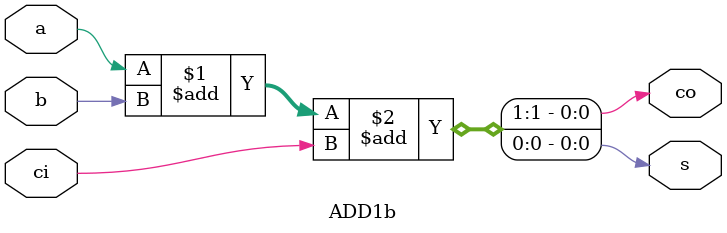
<source format=v>
`timescale 1ns / 1ps


module ADD1b(
	input a,
	input b,
	input ci,
	output s,
	output co
	);
 	   
	assign {co, s} = a + b + ci;

endmodule
</source>
